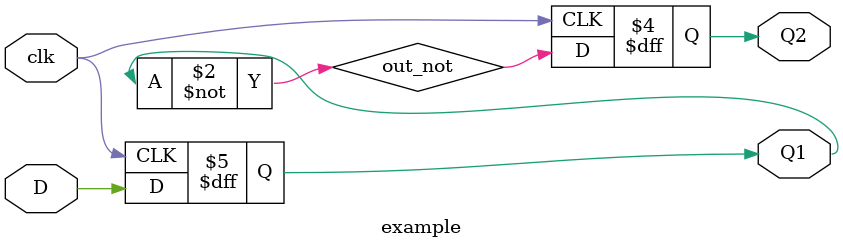
<source format=v>
module example(D, clk, Q1, Q2);
input D, clk;
output Q1, Q2;
wire out_not;
reg Q1, Q2;

always @(posedge clk)
begin
Q1 <= D;
end

assign out_not=~Q1;

always @(posedge clk)
begin
Q2 <= out_not;
end


endmodule
</source>
